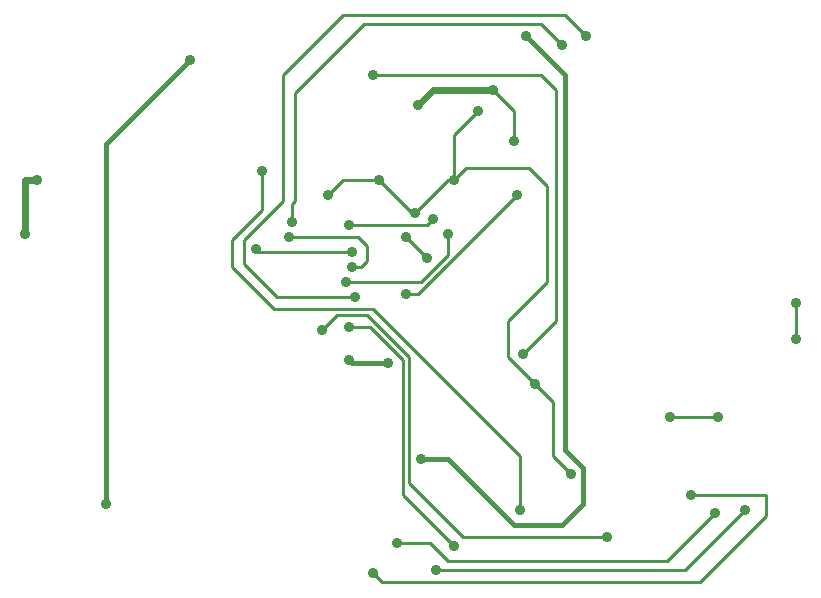
<source format=gbr>
G04 EAGLE Gerber RS-274X export*
G75*
%MOMM*%
%FSLAX34Y34*%
%LPD*%
%INBottom Copper*%
%IPPOS*%
%AMOC8*
5,1,8,0,0,1.08239X$1,22.5*%
G01*
%ADD10C,0.906400*%
%ADD11C,0.254000*%
%ADD12C,0.609600*%
%ADD13C,0.406400*%


D10*
X439420Y383540D03*
D11*
X439420Y408940D01*
X421640Y426720D01*
D10*
X421640Y426720D03*
X358140Y414020D03*
D12*
X370840Y426720D01*
X421640Y426720D01*
D10*
X332740Y195580D03*
D13*
X302260Y195580D01*
X299720Y198120D01*
D10*
X299720Y198120D03*
X35560Y350520D03*
D12*
X25400Y350520D01*
X25400Y304800D01*
D10*
X25400Y304800D03*
X388620Y350520D03*
D11*
X383540Y350520D01*
X355600Y322580D01*
D10*
X355600Y322580D03*
X408940Y408940D03*
D11*
X388620Y388620D01*
X388620Y350520D01*
D10*
X457200Y177800D03*
D11*
X472440Y162560D01*
D10*
X325120Y350520D03*
D11*
X434340Y200660D02*
X457200Y177800D01*
X434340Y200660D02*
X434340Y231140D01*
X467360Y264160D01*
X467360Y345440D01*
X452120Y360680D01*
X398780Y360680D01*
X388620Y350520D01*
D10*
X281940Y337820D03*
D11*
X294640Y350520D01*
X325120Y350520D01*
X353060Y322580D01*
X355600Y322580D01*
X472440Y162560D02*
X472440Y116840D01*
X487680Y101600D01*
D10*
X487680Y101600D03*
X360680Y114300D03*
D13*
X383540Y114300D01*
X439420Y58420D01*
X480060Y58420D01*
X482600Y439420D02*
X449580Y472440D01*
D10*
X449580Y472440D03*
D13*
X482600Y439420D02*
X482600Y121920D01*
X497840Y106680D01*
X497840Y76200D01*
X480060Y58420D01*
D10*
X571500Y149860D03*
D11*
X612140Y149860D01*
D10*
X612140Y149860D03*
X276860Y223520D03*
D11*
X289560Y236220D01*
X314960Y236220D01*
X350520Y200660D01*
X350520Y93980D01*
X396240Y48260D01*
X518160Y48260D01*
D10*
X518160Y48260D03*
X220980Y292100D03*
D11*
X223520Y289560D01*
X302260Y289560D01*
D10*
X302260Y289560D03*
X302260Y276860D03*
D11*
X314960Y294640D02*
X307340Y302260D01*
X314960Y294640D02*
X314960Y281940D01*
X309880Y276860D01*
X302260Y276860D01*
D10*
X248920Y302260D03*
D11*
X307340Y302260D01*
D10*
X297180Y264160D03*
X383540Y304800D03*
D11*
X360680Y264160D02*
X297180Y264160D01*
X360680Y264160D02*
X383540Y287020D01*
X383540Y304800D01*
D10*
X370840Y317500D03*
D11*
X365760Y312420D01*
X299720Y312420D01*
D10*
X299720Y312420D03*
X347980Y254000D03*
D11*
X358140Y254000D01*
X441960Y337820D01*
D10*
X441960Y337820D03*
X447040Y203200D03*
D11*
X474980Y231140D01*
X474980Y426720D01*
X462280Y439420D01*
X320040Y439420D01*
D10*
X320040Y439420D03*
X93980Y76200D03*
D13*
X93980Y381000D01*
X165100Y452120D01*
D10*
X165100Y452120D03*
X500380Y472440D03*
D11*
X482600Y490220D01*
X294640Y490220D01*
X243840Y439420D01*
X243840Y332740D01*
X210820Y299720D01*
X210820Y279400D01*
X238760Y251460D01*
X304800Y251460D01*
D10*
X304800Y251460D03*
D11*
X345440Y198120D02*
X345440Y83820D01*
X345440Y198120D02*
X317500Y226060D01*
X299720Y226060D01*
D10*
X299720Y226060D03*
D11*
X345440Y83820D02*
X388620Y40640D01*
D10*
X388620Y40640D03*
X480060Y464820D03*
D11*
X462280Y482600D01*
X312420Y482600D01*
X254000Y424180D01*
X254000Y332740D01*
X251460Y330200D01*
X251460Y314960D01*
D10*
X251460Y314960D03*
X365760Y284480D03*
D11*
X347980Y302260D01*
D10*
X347980Y302260D03*
X678180Y215900D03*
D11*
X678180Y246380D01*
D10*
X678180Y246380D03*
X320040Y17780D03*
D11*
X327660Y10160D01*
X596900Y10160D01*
X652780Y66040D01*
X652780Y83820D01*
X589280Y83820D01*
D10*
X589280Y83820D03*
X609600Y68580D03*
D11*
X568960Y27940D01*
X383540Y27940D01*
X368300Y43180D01*
X340360Y43180D01*
D10*
X340360Y43180D03*
X635000Y71120D03*
D11*
X584200Y20320D01*
X373380Y20320D01*
D10*
X373380Y20320D03*
X226060Y358140D03*
D11*
X226060Y325120D01*
X200660Y299720D01*
X200660Y276860D01*
X236220Y241300D01*
X320040Y241300D01*
X444500Y116840D01*
X444500Y71120D01*
D10*
X444500Y71120D03*
M02*

</source>
